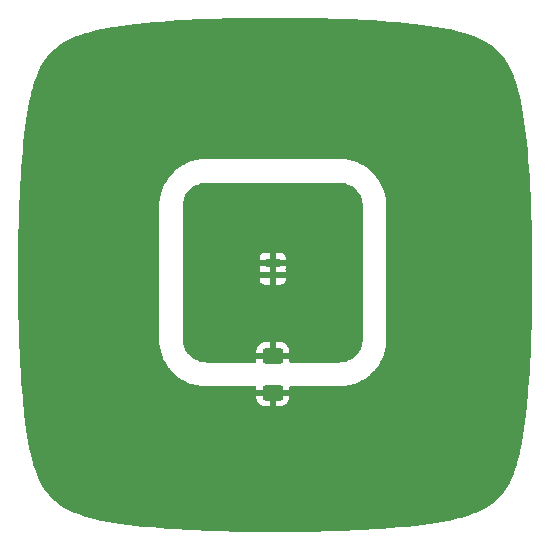
<source format=gbr>
%TF.GenerationSoftware,KiCad,Pcbnew,(6.0.7)*%
%TF.CreationDate,2022-09-18T23:27:57+03:00*%
%TF.ProjectId,groundPatch,67726f75-6e64-4506-9174-63682e6b6963,rev?*%
%TF.SameCoordinates,Original*%
%TF.FileFunction,Copper,L2,Bot*%
%TF.FilePolarity,Positive*%
%FSLAX46Y46*%
G04 Gerber Fmt 4.6, Leading zero omitted, Abs format (unit mm)*
G04 Created by KiCad (PCBNEW (6.0.7)) date 2022-09-18 23:27:57*
%MOMM*%
%LPD*%
G01*
G04 APERTURE LIST*
G04 Aperture macros list*
%AMRoundRect*
0 Rectangle with rounded corners*
0 $1 Rounding radius*
0 $2 $3 $4 $5 $6 $7 $8 $9 X,Y pos of 4 corners*
0 Add a 4 corners polygon primitive as box body*
4,1,4,$2,$3,$4,$5,$6,$7,$8,$9,$2,$3,0*
0 Add four circle primitives for the rounded corners*
1,1,$1+$1,$2,$3*
1,1,$1+$1,$4,$5*
1,1,$1+$1,$6,$7*
1,1,$1+$1,$8,$9*
0 Add four rect primitives between the rounded corners*
20,1,$1+$1,$2,$3,$4,$5,0*
20,1,$1+$1,$4,$5,$6,$7,0*
20,1,$1+$1,$6,$7,$8,$9,0*
20,1,$1+$1,$8,$9,$2,$3,0*%
G04 Aperture macros list end*
%TA.AperFunction,SMDPad,CuDef*%
%ADD10R,1.200000X0.700000*%
%TD*%
%TA.AperFunction,SMDPad,CuDef*%
%ADD11R,1.200000X0.600000*%
%TD*%
%TA.AperFunction,SMDPad,CuDef*%
%ADD12RoundRect,0.250000X0.625000X-0.400000X0.625000X0.400000X-0.625000X0.400000X-0.625000X-0.400000X0*%
%TD*%
%TA.AperFunction,ViaPad*%
%ADD13C,0.800000*%
%TD*%
G04 APERTURE END LIST*
D10*
%TO.P,J1,1,Pin_1*%
%TO.N,/GND*%
X152400000Y-100765000D03*
D11*
X152400000Y-101815000D03*
%TD*%
D12*
%TO.P,R1,1*%
%TO.N,/_GND*%
X152400000Y-111760000D03*
%TO.P,R1,2*%
%TO.N,/GND*%
X152400000Y-108660000D03*
%TD*%
D13*
%TO.N,/_GND*%
X139700000Y-114300000D03*
X165100000Y-114300000D03*
X165100000Y-88900000D03*
X139700000Y-88900000D03*
%TD*%
%TA.AperFunction,Conductor*%
%TO.N,/GND*%
G36*
X158024487Y-93980321D02*
G01*
X158073871Y-93983853D01*
X158295650Y-93999715D01*
X158313433Y-94002272D01*
X158574658Y-94059098D01*
X158591900Y-94064160D01*
X158842393Y-94157589D01*
X158858740Y-94165055D01*
X159093375Y-94293176D01*
X159108498Y-94302895D01*
X159322510Y-94463103D01*
X159336096Y-94474876D01*
X159525124Y-94663904D01*
X159536897Y-94677490D01*
X159697105Y-94891502D01*
X159706824Y-94906625D01*
X159834945Y-95141260D01*
X159842411Y-95157607D01*
X159935839Y-95408097D01*
X159940902Y-95425342D01*
X159997728Y-95686567D01*
X160000286Y-95704355D01*
X160019679Y-95975513D01*
X160020000Y-95984501D01*
X160020000Y-107215499D01*
X160019679Y-107224487D01*
X160000286Y-107495645D01*
X159997728Y-107513433D01*
X159964300Y-107667099D01*
X159940903Y-107774654D01*
X159935840Y-107791900D01*
X159842411Y-108042393D01*
X159834945Y-108058740D01*
X159706824Y-108293375D01*
X159697105Y-108308498D01*
X159536897Y-108522510D01*
X159525124Y-108536096D01*
X159336096Y-108725124D01*
X159322510Y-108736897D01*
X159108498Y-108897105D01*
X159093375Y-108906824D01*
X158858740Y-109034945D01*
X158842393Y-109042411D01*
X158591900Y-109135840D01*
X158574658Y-109140902D01*
X158313433Y-109197728D01*
X158295650Y-109200285D01*
X158073871Y-109216147D01*
X158024487Y-109219679D01*
X158015499Y-109220000D01*
X153909000Y-109220000D01*
X153840879Y-109199998D01*
X153794386Y-109146342D01*
X153783000Y-109094000D01*
X153783000Y-108932115D01*
X153778525Y-108916876D01*
X153777135Y-108915671D01*
X153769452Y-108914000D01*
X151035116Y-108914000D01*
X151019877Y-108918475D01*
X151018672Y-108919865D01*
X151017001Y-108927548D01*
X151017001Y-109094000D01*
X150996999Y-109162121D01*
X150943343Y-109208614D01*
X150891001Y-109220000D01*
X146784501Y-109220000D01*
X146775513Y-109219679D01*
X146726129Y-109216147D01*
X146504350Y-109200285D01*
X146486567Y-109197728D01*
X146225342Y-109140902D01*
X146208100Y-109135840D01*
X145957607Y-109042411D01*
X145941260Y-109034945D01*
X145706625Y-108906824D01*
X145691502Y-108897105D01*
X145477490Y-108736897D01*
X145463904Y-108725124D01*
X145274876Y-108536096D01*
X145263103Y-108522510D01*
X145162324Y-108387885D01*
X151017000Y-108387885D01*
X151021475Y-108403124D01*
X151022865Y-108404329D01*
X151030548Y-108406000D01*
X152127885Y-108406000D01*
X152143124Y-108401525D01*
X152144329Y-108400135D01*
X152146000Y-108392452D01*
X152146000Y-108387885D01*
X152654000Y-108387885D01*
X152658475Y-108403124D01*
X152659865Y-108404329D01*
X152667548Y-108406000D01*
X153764884Y-108406000D01*
X153780123Y-108401525D01*
X153781328Y-108400135D01*
X153782999Y-108392452D01*
X153782999Y-108212905D01*
X153782662Y-108206386D01*
X153772743Y-108110794D01*
X153769851Y-108097400D01*
X153718412Y-107943216D01*
X153712239Y-107930038D01*
X153626937Y-107792193D01*
X153617901Y-107780792D01*
X153503171Y-107666261D01*
X153491760Y-107657249D01*
X153353757Y-107572184D01*
X153340576Y-107566037D01*
X153186290Y-107514862D01*
X153172914Y-107511995D01*
X153078562Y-107502328D01*
X153072145Y-107502000D01*
X152672115Y-107502000D01*
X152656876Y-107506475D01*
X152655671Y-107507865D01*
X152654000Y-107515548D01*
X152654000Y-108387885D01*
X152146000Y-108387885D01*
X152146000Y-107520116D01*
X152141525Y-107504877D01*
X152140135Y-107503672D01*
X152132452Y-107502001D01*
X151727905Y-107502001D01*
X151721386Y-107502338D01*
X151625794Y-107512257D01*
X151612400Y-107515149D01*
X151458216Y-107566588D01*
X151445038Y-107572761D01*
X151307193Y-107658063D01*
X151295792Y-107667099D01*
X151181261Y-107781829D01*
X151172249Y-107793240D01*
X151087184Y-107931243D01*
X151081037Y-107944424D01*
X151029862Y-108098710D01*
X151026995Y-108112086D01*
X151017328Y-108206438D01*
X151017000Y-108212855D01*
X151017000Y-108387885D01*
X145162324Y-108387885D01*
X145102895Y-108308498D01*
X145093176Y-108293375D01*
X144965055Y-108058740D01*
X144957589Y-108042393D01*
X144864160Y-107791900D01*
X144859097Y-107774654D01*
X144835700Y-107667099D01*
X144802272Y-107513433D01*
X144799714Y-107495645D01*
X144780321Y-107224487D01*
X144780000Y-107215499D01*
X144780000Y-102159669D01*
X151292001Y-102159669D01*
X151292371Y-102166490D01*
X151297895Y-102217352D01*
X151301521Y-102232604D01*
X151346676Y-102353054D01*
X151355214Y-102368649D01*
X151431715Y-102470724D01*
X151444276Y-102483285D01*
X151546351Y-102559786D01*
X151561946Y-102568324D01*
X151682394Y-102613478D01*
X151697649Y-102617105D01*
X151748514Y-102622631D01*
X151755328Y-102623000D01*
X152127885Y-102623000D01*
X152143124Y-102618525D01*
X152144329Y-102617135D01*
X152146000Y-102609452D01*
X152146000Y-102604884D01*
X152654000Y-102604884D01*
X152658475Y-102620123D01*
X152659865Y-102621328D01*
X152667548Y-102622999D01*
X153044669Y-102622999D01*
X153051490Y-102622629D01*
X153102352Y-102617105D01*
X153117604Y-102613479D01*
X153238054Y-102568324D01*
X153253649Y-102559786D01*
X153355724Y-102483285D01*
X153368285Y-102470724D01*
X153444786Y-102368649D01*
X153453324Y-102353054D01*
X153498478Y-102232606D01*
X153502105Y-102217351D01*
X153507631Y-102166486D01*
X153508000Y-102159672D01*
X153508000Y-102087115D01*
X153503525Y-102071876D01*
X153502135Y-102070671D01*
X153494452Y-102069000D01*
X152672115Y-102069000D01*
X152656876Y-102073475D01*
X152655671Y-102074865D01*
X152654000Y-102082548D01*
X152654000Y-102604884D01*
X152146000Y-102604884D01*
X152146000Y-102087115D01*
X152141525Y-102071876D01*
X152140135Y-102070671D01*
X152132452Y-102069000D01*
X151310116Y-102069000D01*
X151294877Y-102073475D01*
X151293672Y-102074865D01*
X151292001Y-102082548D01*
X151292001Y-102159669D01*
X144780000Y-102159669D01*
X144780000Y-101542885D01*
X151292000Y-101542885D01*
X151296475Y-101558124D01*
X151297865Y-101559329D01*
X151305548Y-101561000D01*
X152127885Y-101561000D01*
X152143124Y-101556525D01*
X152144329Y-101555135D01*
X152146000Y-101547452D01*
X152146000Y-101542885D01*
X152654000Y-101542885D01*
X152658475Y-101558124D01*
X152659865Y-101559329D01*
X152667548Y-101561000D01*
X153489884Y-101561000D01*
X153505123Y-101556525D01*
X153506328Y-101555135D01*
X153507999Y-101547452D01*
X153507999Y-101470331D01*
X153507629Y-101463510D01*
X153502105Y-101412648D01*
X153498479Y-101397397D01*
X153484171Y-101359230D01*
X153478988Y-101288423D01*
X153484171Y-101270770D01*
X153498478Y-101232606D01*
X153502105Y-101217351D01*
X153507631Y-101166486D01*
X153508000Y-101159672D01*
X153508000Y-101037115D01*
X153503525Y-101021876D01*
X153502135Y-101020671D01*
X153494452Y-101019000D01*
X152672115Y-101019000D01*
X152656876Y-101023475D01*
X152655671Y-101024865D01*
X152654000Y-101032548D01*
X152654000Y-101542885D01*
X152146000Y-101542885D01*
X152146000Y-101037115D01*
X152141525Y-101021876D01*
X152140135Y-101020671D01*
X152132452Y-101019000D01*
X151310116Y-101019000D01*
X151294877Y-101023475D01*
X151293672Y-101024865D01*
X151292001Y-101032548D01*
X151292001Y-101159669D01*
X151292371Y-101166490D01*
X151297895Y-101217352D01*
X151301521Y-101232603D01*
X151315829Y-101270770D01*
X151321012Y-101341577D01*
X151315829Y-101359230D01*
X151301522Y-101397394D01*
X151297895Y-101412649D01*
X151292369Y-101463514D01*
X151292000Y-101470328D01*
X151292000Y-101542885D01*
X144780000Y-101542885D01*
X144780000Y-100492885D01*
X151292000Y-100492885D01*
X151296475Y-100508124D01*
X151297865Y-100509329D01*
X151305548Y-100511000D01*
X152127885Y-100511000D01*
X152143124Y-100506525D01*
X152144329Y-100505135D01*
X152146000Y-100497452D01*
X152146000Y-100492885D01*
X152654000Y-100492885D01*
X152658475Y-100508124D01*
X152659865Y-100509329D01*
X152667548Y-100511000D01*
X153489884Y-100511000D01*
X153505123Y-100506525D01*
X153506328Y-100505135D01*
X153507999Y-100497452D01*
X153507999Y-100370331D01*
X153507629Y-100363510D01*
X153502105Y-100312648D01*
X153498479Y-100297396D01*
X153453324Y-100176946D01*
X153444786Y-100161351D01*
X153368285Y-100059276D01*
X153355724Y-100046715D01*
X153253649Y-99970214D01*
X153238054Y-99961676D01*
X153117606Y-99916522D01*
X153102351Y-99912895D01*
X153051486Y-99907369D01*
X153044672Y-99907000D01*
X152672115Y-99907000D01*
X152656876Y-99911475D01*
X152655671Y-99912865D01*
X152654000Y-99920548D01*
X152654000Y-100492885D01*
X152146000Y-100492885D01*
X152146000Y-99925116D01*
X152141525Y-99909877D01*
X152140135Y-99908672D01*
X152132452Y-99907001D01*
X151755331Y-99907001D01*
X151748510Y-99907371D01*
X151697648Y-99912895D01*
X151682396Y-99916521D01*
X151561946Y-99961676D01*
X151546351Y-99970214D01*
X151444276Y-100046715D01*
X151431715Y-100059276D01*
X151355214Y-100161351D01*
X151346676Y-100176946D01*
X151301522Y-100297394D01*
X151297895Y-100312649D01*
X151292369Y-100363514D01*
X151292000Y-100370328D01*
X151292000Y-100492885D01*
X144780000Y-100492885D01*
X144780000Y-95984501D01*
X144780321Y-95975513D01*
X144799714Y-95704355D01*
X144802272Y-95686567D01*
X144859098Y-95425342D01*
X144864161Y-95408097D01*
X144957589Y-95157607D01*
X144965055Y-95141260D01*
X145093176Y-94906625D01*
X145102895Y-94891502D01*
X145263103Y-94677490D01*
X145274876Y-94663904D01*
X145463904Y-94474876D01*
X145477490Y-94463103D01*
X145691502Y-94302895D01*
X145706625Y-94293176D01*
X145941260Y-94165055D01*
X145957607Y-94157589D01*
X146208100Y-94064160D01*
X146225342Y-94059098D01*
X146486567Y-94002272D01*
X146504350Y-93999715D01*
X146726129Y-93983853D01*
X146775513Y-93980321D01*
X146784501Y-93980000D01*
X158015499Y-93980000D01*
X158024487Y-93980321D01*
G37*
%TD.AperFunction*%
%TD*%
%TA.AperFunction,Conductor*%
%TO.N,/_GND*%
G36*
X152785286Y-80017353D02*
G01*
X153455852Y-80019259D01*
X153456570Y-80019263D01*
X153556153Y-80020114D01*
X154310143Y-80026555D01*
X154310541Y-80026559D01*
X154729238Y-80032547D01*
X155160762Y-80038718D01*
X155161498Y-80038731D01*
X156005621Y-80055739D01*
X156006375Y-80055756D01*
X156183342Y-80060381D01*
X156843684Y-80077637D01*
X156844192Y-80077652D01*
X157336321Y-80093545D01*
X157671920Y-80104383D01*
X157672722Y-80104411D01*
X158489193Y-80135988D01*
X158490030Y-80136023D01*
X159293594Y-80172450D01*
X159294472Y-80172493D01*
X160082946Y-80213751D01*
X160083874Y-80213803D01*
X160855756Y-80259901D01*
X160856743Y-80259964D01*
X161610003Y-80310887D01*
X161611060Y-80310963D01*
X162343785Y-80366696D01*
X162344927Y-80366788D01*
X163055061Y-80427300D01*
X163056303Y-80427412D01*
X163523850Y-80471919D01*
X163742282Y-80492712D01*
X163743617Y-80492846D01*
X164096306Y-80530292D01*
X164403192Y-80562876D01*
X164404701Y-80563046D01*
X165035981Y-80637773D01*
X165037681Y-80637986D01*
X165638806Y-80717448D01*
X165640786Y-80717725D01*
X166212033Y-80802482D01*
X166214334Y-80802846D01*
X166325508Y-80821453D01*
X166755892Y-80893486D01*
X166758558Y-80893961D01*
X167271374Y-80991164D01*
X167274432Y-80991783D01*
X167378217Y-81014130D01*
X167758896Y-81096098D01*
X167762336Y-81096891D01*
X168219141Y-81208877D01*
X168223022Y-81209894D01*
X168652825Y-81330059D01*
X168652829Y-81330060D01*
X168657221Y-81331375D01*
X169060610Y-81460151D01*
X169065473Y-81461813D01*
X169443404Y-81599683D01*
X169448727Y-81601763D01*
X169801952Y-81749092D01*
X169807671Y-81751647D01*
X170137281Y-81908885D01*
X170143363Y-81911993D01*
X170352560Y-82026154D01*
X170450455Y-82079576D01*
X170456825Y-82083298D01*
X170742758Y-82261809D01*
X170749265Y-82266158D01*
X171015519Y-82456333D01*
X171022014Y-82461298D01*
X171270112Y-82664037D01*
X171276433Y-82669564D01*
X171507969Y-82886030D01*
X171513960Y-82892020D01*
X171730437Y-83123569D01*
X171735963Y-83129890D01*
X171938707Y-83377993D01*
X171943672Y-83384488D01*
X172133835Y-83650726D01*
X172138184Y-83657233D01*
X172316701Y-83943174D01*
X172320423Y-83949544D01*
X172488005Y-84256635D01*
X172491113Y-84262717D01*
X172644242Y-84583710D01*
X172648349Y-84592320D01*
X172650910Y-84598053D01*
X172786170Y-84922343D01*
X172798246Y-84951296D01*
X172800312Y-84956582D01*
X172832804Y-85045648D01*
X172938175Y-85334490D01*
X172939837Y-85339354D01*
X173068625Y-85742781D01*
X173069939Y-85747170D01*
X173190100Y-86176955D01*
X173190102Y-86176963D01*
X173191131Y-86180889D01*
X173303100Y-86637627D01*
X173303901Y-86641105D01*
X173408213Y-87125556D01*
X173408832Y-87128613D01*
X173506040Y-87641453D01*
X173506515Y-87644119D01*
X173597153Y-88185663D01*
X173597518Y-88187970D01*
X173682276Y-88759227D01*
X173682551Y-88761192D01*
X173762030Y-89362434D01*
X173762225Y-89363990D01*
X173827911Y-89918908D01*
X173836950Y-89995268D01*
X173837120Y-89996776D01*
X173900599Y-90594648D01*
X173907157Y-90656419D01*
X173907294Y-90657782D01*
X173972590Y-91343727D01*
X173972702Y-91344969D01*
X174033218Y-92055162D01*
X174033310Y-92056304D01*
X174089035Y-92788928D01*
X174089111Y-92789985D01*
X174140033Y-93543223D01*
X174140096Y-93544210D01*
X174186198Y-94316145D01*
X174186250Y-94317073D01*
X174227508Y-95105576D01*
X174227551Y-95106454D01*
X174263978Y-95910025D01*
X174264013Y-95910862D01*
X174295589Y-96727306D01*
X174295616Y-96728079D01*
X174321398Y-97526435D01*
X174322346Y-97555797D01*
X174322369Y-97556572D01*
X174344241Y-98393543D01*
X174344258Y-98394297D01*
X174361268Y-99238487D01*
X174361281Y-99239223D01*
X174361548Y-99257866D01*
X174373275Y-100077895D01*
X174373436Y-100089177D01*
X174373441Y-100089629D01*
X174379887Y-100844079D01*
X174380735Y-100943324D01*
X174380738Y-100943773D01*
X174383065Y-101761831D01*
X174383172Y-101799609D01*
X174383172Y-101800325D01*
X174380740Y-102655845D01*
X174380736Y-102656563D01*
X174379885Y-102756189D01*
X174373642Y-103487070D01*
X174373446Y-103509959D01*
X174373440Y-103510510D01*
X174373274Y-103522127D01*
X174361281Y-104360760D01*
X174361268Y-104361496D01*
X174344260Y-105205621D01*
X174344243Y-105206375D01*
X174322369Y-106043432D01*
X174322365Y-106043571D01*
X174322347Y-106044192D01*
X174320119Y-106113172D01*
X174295616Y-106871926D01*
X174295588Y-106872728D01*
X174264011Y-107689193D01*
X174263976Y-107690030D01*
X174227549Y-108493594D01*
X174227506Y-108494472D01*
X174186248Y-109282946D01*
X174186196Y-109283874D01*
X174140098Y-110055756D01*
X174140035Y-110056743D01*
X174089111Y-110810012D01*
X174089035Y-110811069D01*
X174033303Y-111543784D01*
X174033211Y-111544926D01*
X173972698Y-112255069D01*
X173972586Y-112256311D01*
X173960721Y-112380958D01*
X173910576Y-112907743D01*
X173907290Y-112942258D01*
X173907156Y-112943589D01*
X173840885Y-113567757D01*
X173837120Y-113603217D01*
X173836951Y-113604718D01*
X173762237Y-114235904D01*
X173762230Y-114235961D01*
X173762027Y-114237582D01*
X173682551Y-114838801D01*
X173682550Y-114838812D01*
X173682273Y-114840791D01*
X173597517Y-115412033D01*
X173597152Y-115414340D01*
X173506513Y-115955893D01*
X173506039Y-115958556D01*
X173408834Y-116471379D01*
X173408234Y-116474341D01*
X173356761Y-116713399D01*
X173303904Y-116958880D01*
X173303103Y-116962358D01*
X173191127Y-117419124D01*
X173190108Y-117423012D01*
X173069934Y-117852846D01*
X173068619Y-117857237D01*
X172939846Y-118260618D01*
X172938184Y-118265481D01*
X172800322Y-118643391D01*
X172798242Y-118648714D01*
X172650916Y-119001932D01*
X172650913Y-119001938D01*
X172648352Y-119007671D01*
X172491120Y-119337268D01*
X172488006Y-119343362D01*
X172459550Y-119395508D01*
X172320419Y-119650461D01*
X172316697Y-119656831D01*
X172138180Y-119942773D01*
X172133831Y-119949280D01*
X171943668Y-120215517D01*
X171938712Y-120222001D01*
X171938703Y-120222012D01*
X171735962Y-120470112D01*
X171730436Y-120476432D01*
X171669755Y-120541337D01*
X171513961Y-120707977D01*
X171507971Y-120713968D01*
X171276437Y-120930431D01*
X171270116Y-120935956D01*
X171022012Y-121138702D01*
X171015521Y-121143665D01*
X170991674Y-121160698D01*
X170749272Y-121333836D01*
X170742765Y-121338185D01*
X170456821Y-121516703D01*
X170450451Y-121520425D01*
X170143353Y-121688011D01*
X170137270Y-121691119D01*
X169807665Y-121848355D01*
X169801946Y-121850910D01*
X169530080Y-121964304D01*
X169448703Y-121998246D01*
X169443417Y-122000312D01*
X169065489Y-122138182D01*
X169060645Y-122139837D01*
X168657218Y-122268625D01*
X168652828Y-122269939D01*
X168223014Y-122390108D01*
X168219118Y-122391129D01*
X168194745Y-122397104D01*
X167762342Y-122503107D01*
X167758865Y-122503908D01*
X167644740Y-122528482D01*
X167274388Y-122608225D01*
X167271426Y-122608825D01*
X166758580Y-122706034D01*
X166755918Y-122706508D01*
X166256293Y-122790130D01*
X166214320Y-122797155D01*
X166212013Y-122797520D01*
X165640781Y-122882275D01*
X165638808Y-122882551D01*
X165037574Y-122962029D01*
X165036018Y-122962224D01*
X164405904Y-123036811D01*
X164404741Y-123036949D01*
X164403233Y-123037119D01*
X163743557Y-123107159D01*
X163742259Y-123107290D01*
X163395408Y-123140307D01*
X163056271Y-123172590D01*
X163055029Y-123172702D01*
X162344836Y-123233218D01*
X162343694Y-123233310D01*
X161611062Y-123289036D01*
X161610005Y-123289112D01*
X160856776Y-123340033D01*
X160855789Y-123340096D01*
X160083854Y-123386198D01*
X160082926Y-123386250D01*
X159294423Y-123427508D01*
X159293545Y-123427551D01*
X158489974Y-123463978D01*
X158489137Y-123464013D01*
X157672693Y-123495589D01*
X157671891Y-123495617D01*
X157336329Y-123506454D01*
X156844053Y-123522351D01*
X156843545Y-123522366D01*
X156183459Y-123539616D01*
X156006456Y-123544241D01*
X156005702Y-123544258D01*
X155161512Y-123561268D01*
X155160776Y-123561281D01*
X154729315Y-123567451D01*
X154310681Y-123573438D01*
X154310283Y-123573442D01*
X153555920Y-123579887D01*
X153456675Y-123580735D01*
X153455957Y-123580739D01*
X152788986Y-123582636D01*
X152600320Y-123583172D01*
X152599616Y-123583172D01*
X152412214Y-123582639D01*
X151744153Y-123580740D01*
X151743435Y-123580736D01*
X151643814Y-123579885D01*
X150889853Y-123573444D01*
X150889455Y-123573440D01*
X150470760Y-123567452D01*
X150039239Y-123561281D01*
X150038503Y-123561268D01*
X149194378Y-123544260D01*
X149193624Y-123544243D01*
X149016657Y-123539618D01*
X148356315Y-123522362D01*
X148355807Y-123522347D01*
X147863646Y-123506453D01*
X147528073Y-123495616D01*
X147527271Y-123495588D01*
X146710806Y-123464011D01*
X146709969Y-123463976D01*
X145906405Y-123427549D01*
X145905527Y-123427506D01*
X145117053Y-123386248D01*
X145116125Y-123386196D01*
X144344243Y-123340098D01*
X144343256Y-123340035D01*
X143589987Y-123289111D01*
X143588930Y-123289035D01*
X142856215Y-123233303D01*
X142855073Y-123233211D01*
X142144930Y-123172698D01*
X142143688Y-123172586D01*
X141676579Y-123128121D01*
X141457726Y-123107288D01*
X141456391Y-123107154D01*
X140796774Y-123037119D01*
X140795275Y-123036950D01*
X140794405Y-123036847D01*
X140163975Y-122962222D01*
X140162401Y-122962025D01*
X139561203Y-122882552D01*
X139561188Y-122882550D01*
X139559208Y-122882273D01*
X138987966Y-122797517D01*
X138985659Y-122797152D01*
X138965751Y-122793820D01*
X138444102Y-122706512D01*
X138441440Y-122706038D01*
X138441419Y-122706034D01*
X137928620Y-122608834D01*
X137925658Y-122608234D01*
X137554906Y-122528405D01*
X137441119Y-122503904D01*
X137437641Y-122503103D01*
X137191777Y-122442830D01*
X136980853Y-122391121D01*
X136976987Y-122390108D01*
X136547137Y-122269929D01*
X136542762Y-122268619D01*
X136139381Y-122139846D01*
X136134518Y-122138184D01*
X135756608Y-122000322D01*
X135751285Y-121998242D01*
X135634850Y-121949677D01*
X135398047Y-121850907D01*
X135392321Y-121848349D01*
X135062719Y-121691114D01*
X135056635Y-121688005D01*
X134749538Y-121520419D01*
X134743168Y-121516697D01*
X134457226Y-121338180D01*
X134450719Y-121333831D01*
X134394546Y-121293709D01*
X134184467Y-121143657D01*
X134177998Y-121138712D01*
X133929880Y-120935956D01*
X133923566Y-120930435D01*
X133856354Y-120867597D01*
X133692022Y-120713961D01*
X133686031Y-120707971D01*
X133469568Y-120476437D01*
X133464043Y-120470116D01*
X133261297Y-120222012D01*
X133256331Y-120215517D01*
X133256331Y-120215516D01*
X133183886Y-120114090D01*
X133066163Y-119949272D01*
X133061814Y-119942765D01*
X132883296Y-119656821D01*
X132879574Y-119650451D01*
X132741977Y-119398307D01*
X132711988Y-119343353D01*
X132708874Y-119337258D01*
X132551644Y-119007665D01*
X132549083Y-119001932D01*
X132539525Y-118979015D01*
X132401753Y-118648703D01*
X132399687Y-118643417D01*
X132261814Y-118265481D01*
X132260162Y-118260645D01*
X132131374Y-117857218D01*
X132130059Y-117852826D01*
X132089196Y-117706668D01*
X132009891Y-117423014D01*
X132008868Y-117419110D01*
X131896892Y-116962342D01*
X131896091Y-116958865D01*
X131843237Y-116713399D01*
X131791774Y-116474388D01*
X131791174Y-116471426D01*
X131693961Y-115958559D01*
X131693490Y-115955914D01*
X131693487Y-115955893D01*
X131602844Y-115414319D01*
X131602479Y-115412013D01*
X131517724Y-114840781D01*
X131517447Y-114838801D01*
X131437976Y-114237604D01*
X131437763Y-114235904D01*
X131363047Y-113604718D01*
X131362877Y-113603209D01*
X131299697Y-113008142D01*
X131292840Y-112943557D01*
X131292706Y-112942226D01*
X131289449Y-112908005D01*
X131239572Y-112384048D01*
X131227409Y-112256271D01*
X131227297Y-112255029D01*
X131223213Y-112207095D01*
X151017001Y-112207095D01*
X151017338Y-112213614D01*
X151027257Y-112309206D01*
X151030149Y-112322600D01*
X151081588Y-112476784D01*
X151087761Y-112489962D01*
X151173063Y-112627807D01*
X151182099Y-112639208D01*
X151296829Y-112753739D01*
X151308240Y-112762751D01*
X151446243Y-112847816D01*
X151459424Y-112853963D01*
X151613710Y-112905138D01*
X151627086Y-112908005D01*
X151721438Y-112917672D01*
X151727854Y-112918000D01*
X152127885Y-112918000D01*
X152143124Y-112913525D01*
X152144329Y-112912135D01*
X152146000Y-112904452D01*
X152146000Y-112899884D01*
X152654000Y-112899884D01*
X152658475Y-112915123D01*
X152659865Y-112916328D01*
X152667548Y-112917999D01*
X153072095Y-112917999D01*
X153078614Y-112917662D01*
X153174206Y-112907743D01*
X153187600Y-112904851D01*
X153341784Y-112853412D01*
X153354962Y-112847239D01*
X153492807Y-112761937D01*
X153504208Y-112752901D01*
X153618739Y-112638171D01*
X153627751Y-112626760D01*
X153712816Y-112488757D01*
X153718963Y-112475576D01*
X153770138Y-112321290D01*
X153773005Y-112307914D01*
X153782672Y-112213562D01*
X153783000Y-112207146D01*
X153783000Y-112032115D01*
X153778525Y-112016876D01*
X153777135Y-112015671D01*
X153769452Y-112014000D01*
X152672115Y-112014000D01*
X152656876Y-112018475D01*
X152655671Y-112019865D01*
X152654000Y-112027548D01*
X152654000Y-112899884D01*
X152146000Y-112899884D01*
X152146000Y-112032115D01*
X152141525Y-112016876D01*
X152140135Y-112015671D01*
X152132452Y-112014000D01*
X151035116Y-112014000D01*
X151019877Y-112018475D01*
X151018672Y-112019865D01*
X151017001Y-112027548D01*
X151017001Y-112207095D01*
X131223213Y-112207095D01*
X131166781Y-111544836D01*
X131166689Y-111543694D01*
X131110963Y-110811062D01*
X131110887Y-110810005D01*
X131059966Y-110056776D01*
X131059903Y-110055789D01*
X131013801Y-109283854D01*
X131013749Y-109282926D01*
X130972491Y-108494423D01*
X130972448Y-108493545D01*
X130936021Y-107689974D01*
X130935986Y-107689137D01*
X130917668Y-107215499D01*
X142774500Y-107215499D01*
X142775778Y-107287078D01*
X142776099Y-107296066D01*
X142779930Y-107367553D01*
X142799323Y-107638711D01*
X142799443Y-107639827D01*
X142813641Y-107771861D01*
X142814635Y-107781109D01*
X142817193Y-107798897D01*
X142842604Y-107939732D01*
X142899429Y-108200953D01*
X142934807Y-108339578D01*
X142939870Y-108356824D01*
X142985107Y-108492750D01*
X142985500Y-108493804D01*
X142985504Y-108493815D01*
X143018810Y-108583110D01*
X143078536Y-108743243D01*
X143133346Y-108875561D01*
X143140812Y-108891908D01*
X143204872Y-109019877D01*
X143332993Y-109254512D01*
X143406044Y-109377633D01*
X143415763Y-109392756D01*
X143497416Y-109510358D01*
X143556838Y-109589736D01*
X143657617Y-109724361D01*
X143658291Y-109725197D01*
X143658314Y-109725227D01*
X143738430Y-109824641D01*
X143747484Y-109835876D01*
X143759257Y-109849462D01*
X143856773Y-109954199D01*
X144045801Y-110143227D01*
X144150538Y-110240743D01*
X144164124Y-110252516D01*
X144275636Y-110342380D01*
X144489648Y-110502588D01*
X144607244Y-110584237D01*
X144608175Y-110584835D01*
X144608179Y-110584838D01*
X144621450Y-110593367D01*
X144621463Y-110593375D01*
X144622367Y-110593956D01*
X144745488Y-110667007D01*
X144746460Y-110667538D01*
X144746478Y-110667548D01*
X144852707Y-110725553D01*
X144980123Y-110795128D01*
X144981136Y-110795635D01*
X144981153Y-110795644D01*
X145011953Y-110811062D01*
X145108092Y-110859188D01*
X145109087Y-110859643D01*
X145109107Y-110859652D01*
X145114932Y-110862312D01*
X145124439Y-110866654D01*
X145125465Y-110867079D01*
X145252016Y-110919500D01*
X145256757Y-110921464D01*
X145257796Y-110921852D01*
X145257815Y-110921859D01*
X145506230Y-111014513D01*
X145506252Y-111014521D01*
X145507250Y-111014893D01*
X145643158Y-111060125D01*
X145660400Y-111065187D01*
X145799042Y-111100570D01*
X145800126Y-111100806D01*
X145800131Y-111100807D01*
X145963149Y-111136269D01*
X146060267Y-111157396D01*
X146201134Y-111182812D01*
X146202237Y-111182971D01*
X146202258Y-111182974D01*
X146212130Y-111184393D01*
X146218917Y-111185369D01*
X146220054Y-111185491D01*
X146220060Y-111185492D01*
X146249784Y-111188688D01*
X146361279Y-111200675D01*
X146362381Y-111200754D01*
X146362383Y-111200754D01*
X146394073Y-111203020D01*
X146632442Y-111220069D01*
X146690988Y-111223207D01*
X146703335Y-111223869D01*
X146703347Y-111223870D01*
X146703934Y-111223901D01*
X146712922Y-111224222D01*
X146713405Y-111224231D01*
X146713455Y-111224232D01*
X146769330Y-111225229D01*
X146784501Y-111225500D01*
X150891000Y-111225500D01*
X150959121Y-111245502D01*
X151005614Y-111299158D01*
X151017000Y-111351500D01*
X151017000Y-111487885D01*
X151021475Y-111503124D01*
X151022865Y-111504329D01*
X151030548Y-111506000D01*
X153764884Y-111506000D01*
X153780123Y-111501525D01*
X153781328Y-111500135D01*
X153782999Y-111492452D01*
X153782999Y-111351500D01*
X153803001Y-111283379D01*
X153856657Y-111236886D01*
X153908999Y-111225500D01*
X158015499Y-111225500D01*
X158030670Y-111225229D01*
X158086545Y-111224232D01*
X158086595Y-111224231D01*
X158087078Y-111224222D01*
X158096066Y-111223901D01*
X158096653Y-111223870D01*
X158096665Y-111223869D01*
X158109012Y-111223207D01*
X158167558Y-111220069D01*
X158405927Y-111203020D01*
X158437617Y-111200754D01*
X158437619Y-111200754D01*
X158438721Y-111200675D01*
X158550216Y-111188688D01*
X158579940Y-111185492D01*
X158579946Y-111185491D01*
X158581083Y-111185369D01*
X158587870Y-111184393D01*
X158597742Y-111182974D01*
X158597763Y-111182971D01*
X158598866Y-111182812D01*
X158739733Y-111157396D01*
X158836851Y-111136269D01*
X158999869Y-111100807D01*
X158999874Y-111100806D01*
X159000958Y-111100570D01*
X159139600Y-111065187D01*
X159156842Y-111060125D01*
X159292750Y-111014893D01*
X159293748Y-111014521D01*
X159293770Y-111014513D01*
X159542185Y-110921859D01*
X159542204Y-110921852D01*
X159543243Y-110921464D01*
X159547985Y-110919500D01*
X159674535Y-110867079D01*
X159675561Y-110866654D01*
X159685068Y-110862312D01*
X159690893Y-110859652D01*
X159690913Y-110859643D01*
X159691908Y-110859188D01*
X159788047Y-110811062D01*
X159818847Y-110795644D01*
X159818864Y-110795635D01*
X159819877Y-110795128D01*
X159947293Y-110725553D01*
X160053522Y-110667548D01*
X160053540Y-110667538D01*
X160054512Y-110667007D01*
X160177633Y-110593956D01*
X160178537Y-110593375D01*
X160178550Y-110593367D01*
X160191821Y-110584838D01*
X160191825Y-110584835D01*
X160192756Y-110584237D01*
X160310352Y-110502588D01*
X160524364Y-110342380D01*
X160635876Y-110252516D01*
X160649462Y-110240743D01*
X160754199Y-110143227D01*
X160943227Y-109954199D01*
X161040743Y-109849462D01*
X161052516Y-109835876D01*
X161142380Y-109724364D01*
X161302588Y-109510352D01*
X161384237Y-109392756D01*
X161393956Y-109377633D01*
X161467007Y-109254512D01*
X161595128Y-109019877D01*
X161659188Y-108891908D01*
X161666654Y-108875561D01*
X161721464Y-108743243D01*
X161781191Y-108583110D01*
X161814496Y-108493815D01*
X161814500Y-108493804D01*
X161814893Y-108492750D01*
X161860130Y-108356824D01*
X161865193Y-108339578D01*
X161900571Y-108200953D01*
X161957396Y-107939732D01*
X161982807Y-107798897D01*
X161985365Y-107781109D01*
X161986360Y-107771861D01*
X162000557Y-107639827D01*
X162000677Y-107638711D01*
X162020070Y-107367553D01*
X162023901Y-107296066D01*
X162024222Y-107287078D01*
X162025500Y-107215499D01*
X162025500Y-95984501D01*
X162024222Y-95912922D01*
X162023901Y-95903934D01*
X162020070Y-95832447D01*
X162000677Y-95561289D01*
X161985365Y-95418891D01*
X161982807Y-95401103D01*
X161957396Y-95260267D01*
X161900570Y-94999042D01*
X161865183Y-94860388D01*
X161860120Y-94843143D01*
X161814892Y-94707246D01*
X161721464Y-94456756D01*
X161666654Y-94324439D01*
X161659188Y-94308092D01*
X161653800Y-94297328D01*
X161595644Y-94181153D01*
X161595635Y-94181136D01*
X161595128Y-94180123D01*
X161467007Y-93945488D01*
X161393956Y-93822367D01*
X161384237Y-93807244D01*
X161302588Y-93689648D01*
X161142380Y-93475636D01*
X161052516Y-93364124D01*
X161040743Y-93350538D01*
X160943227Y-93245801D01*
X160754199Y-93056773D01*
X160649462Y-92959257D01*
X160635876Y-92947484D01*
X160524364Y-92857620D01*
X160310352Y-92697412D01*
X160284183Y-92679242D01*
X160193669Y-92616397D01*
X160192756Y-92615763D01*
X160191821Y-92615162D01*
X160178550Y-92606633D01*
X160178537Y-92606625D01*
X160177633Y-92606044D01*
X160054512Y-92532993D01*
X160053540Y-92532462D01*
X160053522Y-92532452D01*
X159947293Y-92474447D01*
X159819877Y-92404872D01*
X159818864Y-92404365D01*
X159818847Y-92404356D01*
X159692913Y-92341315D01*
X159692909Y-92341313D01*
X159691908Y-92340812D01*
X159690913Y-92340357D01*
X159690893Y-92340348D01*
X159685068Y-92337688D01*
X159675561Y-92333346D01*
X159543243Y-92278536D01*
X159542204Y-92278148D01*
X159542185Y-92278141D01*
X159293770Y-92185487D01*
X159293748Y-92185479D01*
X159292750Y-92185107D01*
X159156842Y-92139875D01*
X159139600Y-92134813D01*
X159000958Y-92099430D01*
X158739733Y-92042604D01*
X158598866Y-92017188D01*
X158597763Y-92017029D01*
X158597742Y-92017026D01*
X158587870Y-92015607D01*
X158581083Y-92014631D01*
X158579946Y-92014509D01*
X158579940Y-92014508D01*
X158541637Y-92010390D01*
X158438721Y-91999325D01*
X158437619Y-91999246D01*
X158437617Y-91999246D01*
X158405927Y-91996980D01*
X158167558Y-91979931D01*
X158109012Y-91976793D01*
X158096665Y-91976131D01*
X158096653Y-91976130D01*
X158096066Y-91976099D01*
X158087078Y-91975778D01*
X158086595Y-91975769D01*
X158086545Y-91975768D01*
X158030670Y-91974771D01*
X158015499Y-91974500D01*
X146784501Y-91974500D01*
X146769330Y-91974771D01*
X146713455Y-91975768D01*
X146713405Y-91975769D01*
X146712922Y-91975778D01*
X146703934Y-91976099D01*
X146703347Y-91976130D01*
X146703335Y-91976131D01*
X146690988Y-91976793D01*
X146632442Y-91979931D01*
X146394073Y-91996980D01*
X146362383Y-91999246D01*
X146362381Y-91999246D01*
X146361279Y-91999325D01*
X146258363Y-92010390D01*
X146220060Y-92014508D01*
X146220054Y-92014509D01*
X146218917Y-92014631D01*
X146212130Y-92015607D01*
X146202258Y-92017026D01*
X146202237Y-92017029D01*
X146201134Y-92017188D01*
X146060267Y-92042604D01*
X145799042Y-92099430D01*
X145660400Y-92134813D01*
X145643158Y-92139875D01*
X145507250Y-92185107D01*
X145506252Y-92185479D01*
X145506230Y-92185487D01*
X145257815Y-92278141D01*
X145257796Y-92278148D01*
X145256757Y-92278536D01*
X145124439Y-92333346D01*
X145114932Y-92337688D01*
X145109107Y-92340348D01*
X145109087Y-92340357D01*
X145108092Y-92340812D01*
X145107091Y-92341313D01*
X145107087Y-92341315D01*
X144981153Y-92404356D01*
X144981136Y-92404365D01*
X144980123Y-92404872D01*
X144852707Y-92474447D01*
X144746478Y-92532452D01*
X144746460Y-92532462D01*
X144745488Y-92532993D01*
X144622367Y-92606044D01*
X144621463Y-92606625D01*
X144621450Y-92606633D01*
X144608179Y-92615162D01*
X144607244Y-92615763D01*
X144606331Y-92616397D01*
X144515818Y-92679242D01*
X144489648Y-92697412D01*
X144275636Y-92857620D01*
X144164124Y-92947484D01*
X144150538Y-92959257D01*
X144045801Y-93056773D01*
X143856773Y-93245801D01*
X143759257Y-93350538D01*
X143747484Y-93364124D01*
X143657620Y-93475636D01*
X143497412Y-93689648D01*
X143415763Y-93807244D01*
X143406044Y-93822367D01*
X143332993Y-93945488D01*
X143204872Y-94180123D01*
X143204365Y-94181136D01*
X143204356Y-94181153D01*
X143146200Y-94297328D01*
X143140812Y-94308092D01*
X143133346Y-94324439D01*
X143078536Y-94456756D01*
X142985108Y-94707246D01*
X142939880Y-94843143D01*
X142934817Y-94860388D01*
X142899430Y-94999042D01*
X142842604Y-95260267D01*
X142817193Y-95401103D01*
X142814635Y-95418891D01*
X142799323Y-95561289D01*
X142779930Y-95832447D01*
X142776099Y-95903934D01*
X142775778Y-95912922D01*
X142774500Y-95984501D01*
X142774500Y-107215499D01*
X130917668Y-107215499D01*
X130904410Y-106872693D01*
X130904382Y-106871891D01*
X130879830Y-106111612D01*
X130877648Y-106044053D01*
X130877630Y-106043432D01*
X130855758Y-105206456D01*
X130855741Y-105205702D01*
X130838731Y-104361512D01*
X130838718Y-104360776D01*
X130826725Y-103522127D01*
X130826561Y-103510681D01*
X130826555Y-103510096D01*
X130826359Y-103487070D01*
X130819609Y-102697026D01*
X130819264Y-102656682D01*
X130819260Y-102655964D01*
X130816828Y-101800325D01*
X130816828Y-101799609D01*
X130819259Y-100944147D01*
X130819263Y-100943429D01*
X130820114Y-100843846D01*
X130826555Y-100089856D01*
X130826561Y-100089317D01*
X130826725Y-100077895D01*
X130838407Y-99260970D01*
X130838718Y-99239237D01*
X130838731Y-99238501D01*
X130855739Y-98394378D01*
X130855756Y-98393624D01*
X130860381Y-98216657D01*
X130877639Y-97556243D01*
X130877657Y-97555653D01*
X130879730Y-97491487D01*
X130904383Y-96728079D01*
X130904411Y-96727277D01*
X130935988Y-95910806D01*
X130936023Y-95909969D01*
X130972450Y-95106405D01*
X130972493Y-95105527D01*
X131013751Y-94317053D01*
X131013803Y-94316125D01*
X131059901Y-93544243D01*
X131059964Y-93543256D01*
X131110887Y-92789996D01*
X131110963Y-92788939D01*
X131166696Y-92056214D01*
X131166788Y-92055072D01*
X131227300Y-91344938D01*
X131227412Y-91343696D01*
X131292710Y-90657732D01*
X131292847Y-90656369D01*
X131362876Y-89996807D01*
X131363046Y-89995298D01*
X131437773Y-89364019D01*
X131437986Y-89362319D01*
X131517448Y-88761192D01*
X131517725Y-88759212D01*
X131602482Y-88187966D01*
X131602847Y-88185659D01*
X131693486Y-87644107D01*
X131693961Y-87641441D01*
X131791164Y-87128625D01*
X131791783Y-87125567D01*
X131896094Y-86641122D01*
X131896895Y-86637644D01*
X131952402Y-86411224D01*
X132008877Y-86180858D01*
X132009900Y-86176955D01*
X132073880Y-85948115D01*
X132130061Y-85747168D01*
X132131375Y-85742778D01*
X132260151Y-85339389D01*
X132261813Y-85334526D01*
X132399683Y-84956595D01*
X132401763Y-84951272D01*
X132540727Y-84618103D01*
X132549092Y-84598047D01*
X132551647Y-84592328D01*
X132708885Y-84262718D01*
X132711999Y-84256624D01*
X132733718Y-84216826D01*
X132879576Y-83949544D01*
X132883298Y-83943174D01*
X133061809Y-83657241D01*
X133066158Y-83650734D01*
X133256333Y-83384480D01*
X133261298Y-83377985D01*
X133464037Y-83129887D01*
X133469564Y-83123566D01*
X133686030Y-82892030D01*
X133692020Y-82886039D01*
X133923569Y-82669562D01*
X133929890Y-82664036D01*
X134177993Y-82461292D01*
X134184488Y-82456327D01*
X134450726Y-82266164D01*
X134457233Y-82261815D01*
X134743174Y-82083298D01*
X134749544Y-82079576D01*
X134846490Y-82026671D01*
X135056635Y-81911994D01*
X135062717Y-81908886D01*
X135392334Y-81751644D01*
X135398053Y-81749089D01*
X135751296Y-81601753D01*
X135756582Y-81599687D01*
X136134510Y-81461817D01*
X136139354Y-81460162D01*
X136542781Y-81331374D01*
X136547173Y-81330059D01*
X136976985Y-81209891D01*
X136980881Y-81208870D01*
X137437629Y-81096899D01*
X137441105Y-81096098D01*
X137925556Y-80991786D01*
X137928613Y-80991167D01*
X138367714Y-80907936D01*
X138441456Y-80893958D01*
X138444119Y-80893484D01*
X138780238Y-80837228D01*
X138985664Y-80802846D01*
X138987970Y-80802481D01*
X139559227Y-80717723D01*
X139561207Y-80717446D01*
X140162395Y-80637976D01*
X140164095Y-80637763D01*
X140795291Y-80563046D01*
X140796800Y-80562876D01*
X140970372Y-80544447D01*
X141456450Y-80492839D01*
X141457748Y-80492708D01*
X141804608Y-80459690D01*
X142143727Y-80427409D01*
X142144969Y-80427297D01*
X142855162Y-80366781D01*
X142856304Y-80366689D01*
X143588928Y-80310964D01*
X143589985Y-80310888D01*
X144343223Y-80259966D01*
X144344210Y-80259903D01*
X145116145Y-80213801D01*
X145117073Y-80213749D01*
X145905576Y-80172491D01*
X145906454Y-80172448D01*
X146710025Y-80136021D01*
X146710862Y-80135986D01*
X147527306Y-80104410D01*
X147528108Y-80104382D01*
X147863648Y-80093546D01*
X148355951Y-80077648D01*
X148356459Y-80077633D01*
X149016584Y-80060382D01*
X149193543Y-80055758D01*
X149194297Y-80055741D01*
X150038487Y-80038731D01*
X150039223Y-80038718D01*
X150470684Y-80032548D01*
X150889318Y-80026561D01*
X150889716Y-80026557D01*
X151644102Y-80020112D01*
X151743317Y-80019264D01*
X151744035Y-80019260D01*
X152413507Y-80017357D01*
X152599680Y-80016828D01*
X152600384Y-80016828D01*
X152785286Y-80017353D01*
G37*
%TD.AperFunction*%
%TD*%
M02*

</source>
